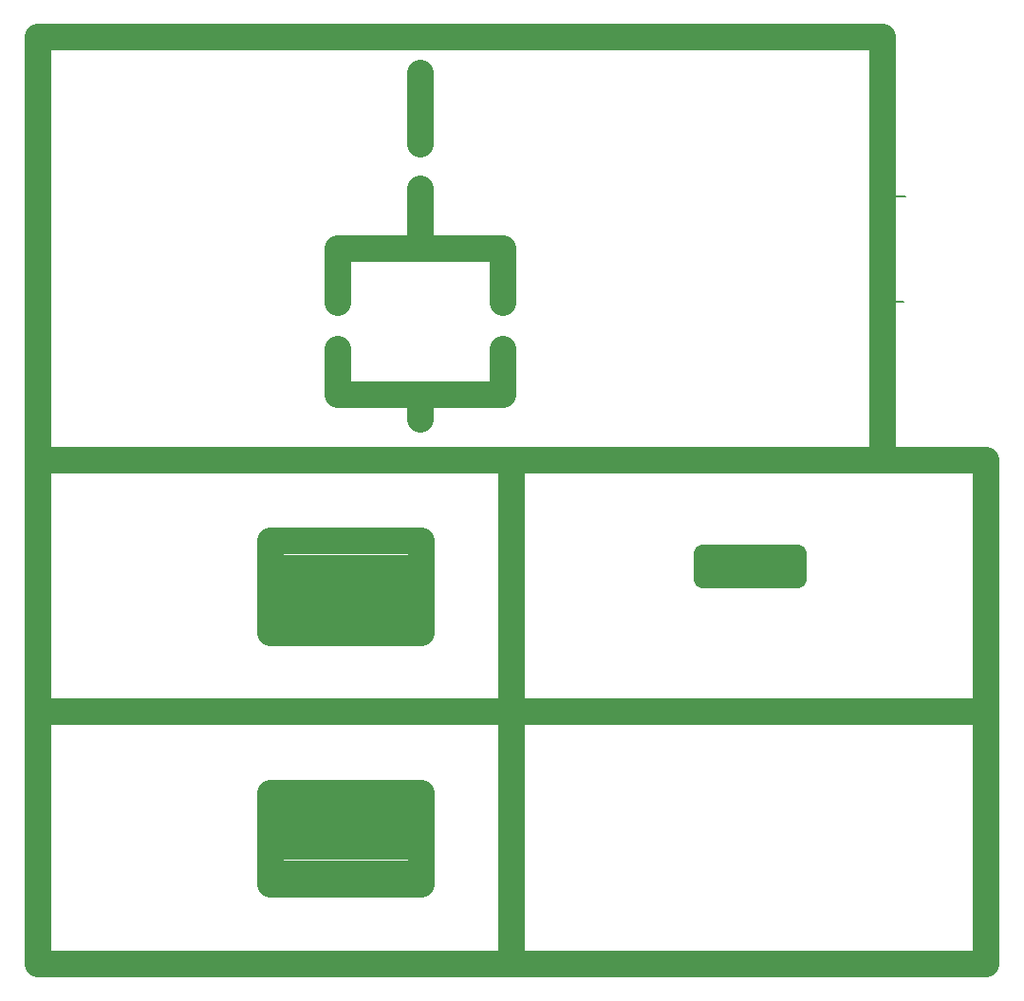
<source format=gbr>
G04 #@! TF.FileFunction,Profile,NP*
%FSLAX46Y46*%
G04 Gerber Fmt 4.6, Leading zero omitted, Abs format (unit mm)*
G04 Created by KiCad (PCBNEW 4.0.2-stable) date Thu 12 May 2016 11:20:09 PM CEST*
%MOMM*%
G01*
G04 APERTURE LIST*
%ADD10C,0.050000*%
%ADD11C,0.150000*%
%ADD12C,2.400000*%
%ADD13C,1.600000*%
G04 APERTURE END LIST*
D10*
D11*
X66500000Y-64900000D02*
X66500000Y-64900000D01*
X24200000Y-64900000D02*
X24200000Y-64900000D01*
X36400000Y-71000000D02*
X36400000Y-71000000D01*
D12*
X43950000Y-86550000D02*
X57450000Y-86550000D01*
X43950000Y-81750000D02*
X57450000Y-81750000D01*
X43950000Y-84150000D02*
X57450000Y-84150000D01*
X43950000Y-87500000D02*
X57450000Y-87500000D01*
X43950000Y-79350000D02*
X57450000Y-79350000D01*
X43950000Y-87500000D02*
X43950000Y-79349847D01*
X57450000Y-87500000D02*
X57450000Y-79349847D01*
X43950000Y-64100000D02*
X57450000Y-64100000D01*
X43950000Y-61700000D02*
X57450000Y-61700000D01*
X43950000Y-59300000D02*
X57450000Y-59300000D01*
X57450000Y-65050000D02*
X57450000Y-56899847D01*
X43950000Y-65050000D02*
X43950000Y-56899847D01*
X43950000Y-65050000D02*
X57450000Y-65050000D01*
X43950000Y-56900000D02*
X57450000Y-56900000D01*
D13*
X82448722Y-59050000D02*
X90950000Y-59050000D01*
X90950000Y-60250000D02*
X90950000Y-57950000D01*
X82448722Y-60250000D02*
X82448722Y-57950000D01*
X82450000Y-60250000D02*
X90950000Y-60250000D01*
X82448722Y-57950000D02*
X90950000Y-57950000D01*
D11*
X97600000Y-35500000D02*
X100400000Y-35500000D01*
X97500000Y-26100000D02*
X100600000Y-26100000D01*
D12*
X107801477Y-94600000D02*
X23200000Y-94600000D01*
X23200000Y-71745314D02*
X23200000Y-94600000D01*
X65500000Y-72649772D02*
X65500000Y-94500000D01*
X107800000Y-72254000D02*
X107800000Y-94550000D01*
X107800000Y-49700000D02*
X98799445Y-49700000D01*
X107800000Y-49700000D02*
X107800000Y-72100000D01*
X65500000Y-49700000D02*
X65500000Y-72100000D01*
X107801477Y-72100000D02*
X23200000Y-72100000D01*
X23200000Y-49191314D02*
X23200000Y-71807960D01*
X98600000Y-11899868D02*
X98600000Y-49700000D01*
X98600000Y-11900000D02*
X23200000Y-11900000D01*
X98601061Y-49700000D02*
X23200000Y-49700000D01*
X57350000Y-25450000D02*
X57350000Y-30650900D01*
X64700000Y-30825000D02*
X64700000Y-35600000D01*
X64700000Y-39750000D02*
X64700000Y-43800000D01*
X49950000Y-30825000D02*
X49950000Y-35600000D01*
X49950000Y-39750000D02*
X49950000Y-43800000D01*
X57300000Y-43798201D02*
X57300000Y-46002269D01*
X23200000Y-11900000D02*
X23200000Y-49700000D01*
X57150000Y-30800000D02*
X49950000Y-30800000D01*
X57150000Y-43800000D02*
X49950000Y-43800000D01*
D11*
X64900000Y-43900000D02*
X64900000Y-43900000D01*
D12*
X64700000Y-43800000D02*
X57500000Y-43800000D01*
X64700000Y-30800000D02*
X57500000Y-30800000D01*
X57350000Y-15145081D02*
X57350000Y-21500133D01*
M02*

</source>
